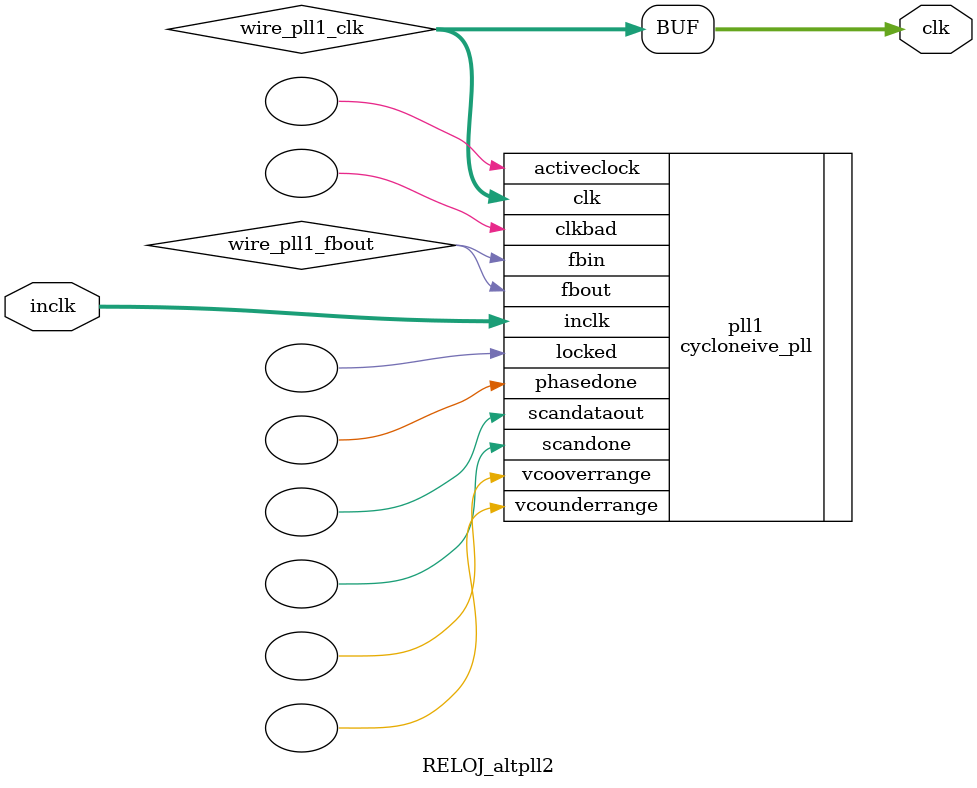
<source format=v>






//synthesis_resources = cycloneive_pll 1 
//synopsys translate_off
`timescale 1 ps / 1 ps
//synopsys translate_on
module  RELOJ_altpll2
	( 
	clk,
	inclk) /* synthesis synthesis_clearbox=1 */;
	output   [4:0]  clk;
	input   [1:0]  inclk;
`ifndef ALTERA_RESERVED_QIS
// synopsys translate_off
`endif
	tri0   [1:0]  inclk;
`ifndef ALTERA_RESERVED_QIS
// synopsys translate_on
`endif

	wire  [4:0]   wire_pll1_clk;
	wire  wire_pll1_fbout;

	cycloneive_pll   pll1
	( 
	.activeclock(),
	.clk(wire_pll1_clk),
	.clkbad(),
	.fbin(wire_pll1_fbout),
	.fbout(wire_pll1_fbout),
	.inclk(inclk),
	.locked(),
	.phasedone(),
	.scandataout(),
	.scandone(),
	.vcooverrange(),
	.vcounderrange()
	`ifndef FORMAL_VERIFICATION
	// synopsys translate_off
	`endif
	,
	.areset(1'b0),
	.clkswitch(1'b0),
	.configupdate(1'b0),
	.pfdena(1'b1),
	.phasecounterselect({3{1'b0}}),
	.phasestep(1'b0),
	.phaseupdown(1'b0),
	.scanclk(1'b0),
	.scanclkena(1'b1),
	.scandata(1'b0)
	`ifndef FORMAL_VERIFICATION
	// synopsys translate_on
	`endif
	);
	defparam
		pll1.bandwidth_type = "auto",
		pll1.clk0_divide_by = 42500,
		pll1.clk0_duty_cycle = 99,
		pll1.clk0_multiply_by = 1,
		pll1.clk0_phase_shift = "0",
		pll1.clk1_divide_by = 42500,
		pll1.clk1_duty_cycle = 95,
		pll1.clk1_multiply_by = 1,
		pll1.clk1_phase_shift = "0",
		pll1.compensate_clock = "clk0",
		pll1.inclk0_input_frequency = 20000,
		pll1.operation_mode = "normal",
		pll1.pll_type = "auto",
		pll1.lpm_type = "cycloneive_pll";
	assign
		clk = {wire_pll1_clk[4:0]};
endmodule //RELOJ_altpll2
//VALID FILE

</source>
